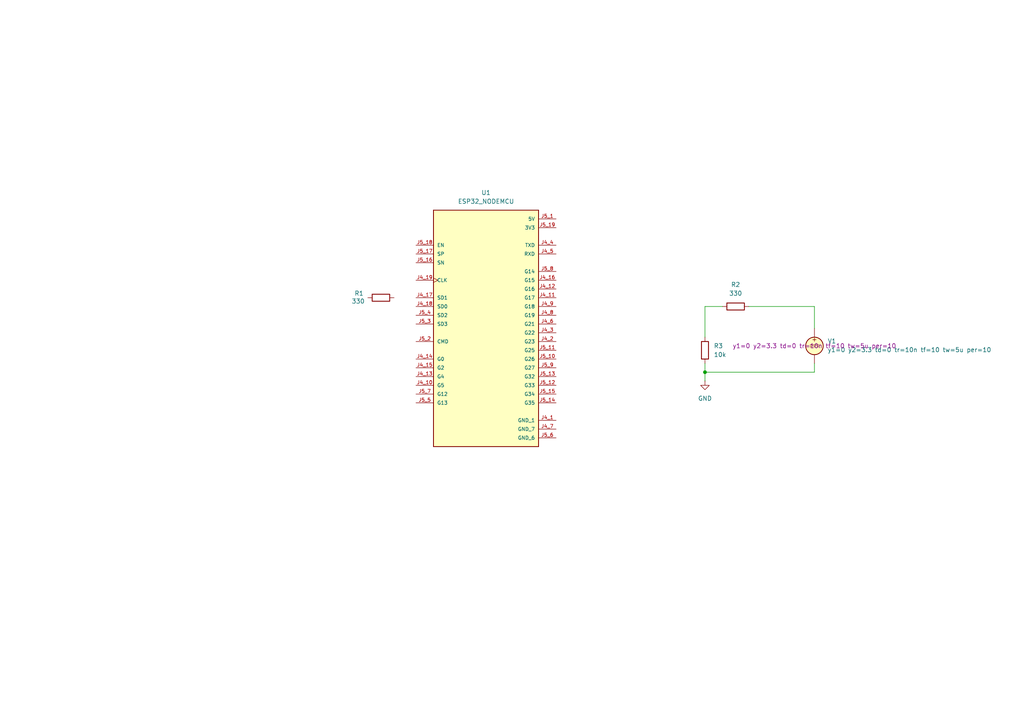
<source format=kicad_sch>
(kicad_sch (version 20250114) (generator "eeschema") (generator_version "9.0")
  (paper "A4")
  (lib_symbols
    (symbol "Device:R" (pin_numbers (hide yes)) (pin_names (offset 0))
      (property "Reference" "R" (at 2.032 0 90))
      (property "Value" "R" (at 0 0 90))
      (symbol "R_0_1"
        (rectangle (start -1.016 -2.54) (end 1.016 2.54) (stroke (width 0.254)))
      )
      (symbol "R_1_1"
        (pin passive line (at 0 3.81 270) (length 1.27) (name "~") (number "1"))
        (pin passive line (at 0 -3.81 90) (length 1.27) (name "~") (number "2"))
      )
    )
    (symbol "ESP32_NODEMCU:ESP32_NODEMCU" (pin_names (offset 1.016))
      (property "Reference" "U" (at -15.24 36.322 0))
      (property "Value" "ESP32_NODEMCU" (at -15.24 -35.56 0))
      (symbol "ESP32_NODEMCU_0_0"
        (rectangle (start -15.24 -33.02) (end 15.24 35.56) (stroke (width 0.254)) (fill (type background)))
        (pin input line (at -20.32 25.4 0) (length 5.08) (name "EN") (number "J5_18"))
        (pin input line (at -20.32 22.86 0) (length 5.08) (name "SP") (number "J5_17"))
        (pin input line (at -20.32 20.32 0) (length 5.08) (name "SN") (number "J5_16"))
        (pin input clock (at -20.32 15.24 0) (length 5.08) (name "CLK") (number "J4_19"))
        (pin bidirectional line (at -20.32 10.16 0) (length 5.08) (name "SD1") (number "J4_17"))
        (pin bidirectional line (at -20.32 7.62 0) (length 5.08) (name "SD0") (number "J4_18"))
        (pin bidirectional line (at -20.32 5.08 0) (length 5.08) (name "SD2") (number "J5_4"))
        (pin bidirectional line (at -20.32 2.54 0) (length 5.08) (name "SD3") (number "J5_3"))
        (pin bidirectional line (at -20.32 -2.54 0) (length 5.08) (name "CMD") (number "J5_2"))
        (pin bidirectional line (at -20.32 -7.62 0) (length 5.08) (name "G0") (number "J4_14"))
        (pin bidirectional line (at -20.32 -10.16 0) (length 5.08) (name "G2") (number "J4_15"))
        (pin bidirectional line (at -20.32 -12.7 0) (length 5.08) (name "G4") (number "J4_13"))
        (pin bidirectional line (at -20.32 -15.24 0) (length 5.08) (name "G5") (number "J4_10"))
        (pin bidirectional line (at -20.32 -17.78 0) (length 5.08) (name "G12") (number "J5_7"))
        (pin bidirectional line (at -20.32 -20.32 0) (length 5.08) (name "G13") (number "J5_5"))
        (pin power_in line (at 20.32 33.02 180) (length 5.08) (name "5V") (number "J5_1"))
        (pin power_in line (at 20.32 30.48 180) (length 5.08) (name "3V3") (number "J5_19"))
        (pin output line (at 20.32 25.4 180) (length 5.08) (name "TXD") (number "J4_4"))
        (pin input line (at 20.32 22.86 180) (length 5.08) (name "RXD") (number "J4_5"))
        (pin bidirectional line (at 20.32 17.78 180) (length 5.08) (name "G14") (number "J5_8"))
        (pin bidirectional line (at 20.32 15.24 180) (length 5.08) (name "G15") (number "J4_16"))
        (pin bidirectional line (at 20.32 12.7 180) (length 5.08) (name "G16") (number "J4_12"))
        (pin bidirectional line (at 20.32 10.16 180) (length 5.08) (name "G17") (number "J4_11"))
        (pin bidirectional line (at 20.32 7.62 180) (length 5.08) (name "G18") (number "J4_9"))
        (pin bidirectional line (at 20.32 5.08 180) (length 5.08) (name "G19") (number "J4_8"))
        (pin bidirectional line (at 20.32 2.54 180) (length 5.08) (name "G21") (number "J4_6"))
        (pin bidirectional line (at 20.32 0 180) (length 5.08) (name "G22") (number "J4_3"))
        (pin bidirectional line (at 20.32 -2.54 180) (length 5.08) (name "G23") (number "J4_2"))
        (pin bidirectional line (at 20.32 -5.08 180) (length 5.08) (name "G25") (number "J5_11"))
        (pin bidirectional line (at 20.32 -7.62 180) (length 5.08) (name "G26") (number "J5_10"))
        (pin bidirectional line (at 20.32 -10.16 180) (length 5.08) (name "G27") (number "J5_9"))
        (pin bidirectional line (at 20.32 -12.7 180) (length 5.08) (name "G32") (number "J5_13"))
        (pin bidirectional line (at 20.32 -15.24 180) (length 5.08) (name "G33") (number "J5_12"))
        (pin bidirectional line (at 20.32 -17.78 180) (length 5.08) (name "G34") (number "J5_15"))
        (pin bidirectional line (at 20.32 -20.32 180) (length 5.08) (name "G35") (number "J5_14"))
        (pin power_in line (at 20.32 -25.4 180) (length 5.08) (name "GND_1") (number "J4_1"))
        (pin power_in line (at 20.32 -27.94 180) (length 5.08) (name "GND_7") (number "J4_7"))
        (pin power_in line (at 20.32 -30.48 180) (length 5.08) (name "GND_6") (number "J5_6"))
      )
    )
    (symbol "Simulation_SPICE:VDC" (pin_numbers (hide yes)) (pin_names (offset 0.0254))
      (property "Reference" "V" (at 2.54 2.54 0))
      (property "Value" "1" (at 2.54 0 0))
      (symbol "VDC_0_0"
        (polyline (pts (xy -1.27 0.254) (xy 1.27 0.254)))
        (polyline (pts (xy -0.762 -0.254) (xy -1.27 -0.254)))
        (polyline (pts (xy 0.254 -0.254) (xy -0.254 -0.254)))
        (polyline (pts (xy 1.27 -0.254) (xy 0.762 -0.254)))
        (text "+" (at 0 1.905 0) (effects (font (size 1.27 1.27))))
      )
      (symbol "VDC_0_1"
        (circle (center 0 0) (radius 2.54) (stroke (width 0.254)) (fill (type background)))
      )
      (symbol "VDC_1_1"
        (pin passive line (at 0 5.08 270) (length 2.54) (name "~") (number "1"))
        (pin passive line (at 0 -5.08 90) (length 2.54) (name "~") (number "2"))
      )
    )
    (symbol "power:GND" (power) (pin_numbers (hide yes)) (pin_names (offset 0) (hide yes))
      (property "Value" "GND" (at 0 -3.81 0))
      (symbol "GND_0_1"
        (polyline (pts (xy 0 0) (xy 0 -1.27) (xy 1.27 -1.27) (xy 0 -2.54) (xy -1.27 -1.27) (xy 0 -1.27)))
      )
      (symbol "GND_1_1"
        (pin power_in line (at 0 0 270) (length 0) (name "~") (number "1"))
      )
    )
  )
  (junction (at 204.47 107.95))
  (wire (pts (xy 209.55 88.9) (xy 204.47 88.9)))
  (wire (pts (xy 217.17 88.9) (xy 236.22 88.9)))
  (wire (pts (xy 236.22 107.95) (xy 204.47 107.95)))
  (wire (pts (xy 204.47 105.41) (xy 204.47 107.95)))
  (wire (pts (xy 204.47 88.9) (xy 204.47 97.79)))
  (wire (pts (xy 204.47 107.95) (xy 204.47 110.49)))
  (wire (pts (xy 236.22 88.9) (xy 236.22 95.25)))
  (wire (pts (xy 236.22 105.41) (xy 236.22 107.95)))
  (symbol (lib_id "Device:R") (at 110.49 86.36 90) (unit 1)
    (property "Reference" "R1" (at 104.14 85.09 90))
    (property "Value" "330" (at 103.886 87.376 90))
    (property "Description" "Resistor" (effects (hide yes)))
  )
  (symbol (lib_id "Device:R") (at 213.36 88.9 90) (unit 1)
    (property "Reference" "R2" (at 213.36 82.55 90))
    (property "Value" "330" (at 213.36 85.09 90))
    (property "Description" "Resistor" (effects (hide yes)))
  )
  (symbol (lib_id "Device:R") (at 204.47 101.6 0) (unit 1)
    (property "Reference" "R3" (at 207.01 100.3299 0) (effects (justify left)))
    (property "Value" "10k" (at 207.01 102.8699 0) (effects (justify left)))
    (property "Description" "Resistor" (effects (hide yes)))
  )
  (symbol (lib_id "power:GND") (at 204.47 110.49 0) (unit 1)
    (property "Reference" "#PWR01" (effects (hide yes)))
    (property "Value" "GND" (at 204.47 115.57 0))
    (property "Description" "Power symbol creates a global label with name \"GND\" , ground" (effects (hide yes)))
  )
  (symbol (lib_id "ESP32_NODEMCU:ESP32_NODEMCU") (at 140.97 96.52 0) (unit 1)
    (property "Reference" "U1" (at 140.97 55.88 0))
    (property "Value" "ESP32_NODEMCU" (at 140.97 58.42 0))
    (property "Footprint" "ESP32:MODULE_ESP32_NODEMCU" (effects (hide yes)))
    (property "STANDARD" "Manufacturer Recommendations" (effects (hide yes)))
    (property "MAXIMUM_PACKAGE_HEIGHT" "6.6 mm" (effects (hide yes)))
    (property "MANUFACTURER" "AZ Delivery" (effects (hide yes)))
  )
  (symbol (lib_id "Simulation_SPICE:VDC") (at 236.22 100.33 0) (unit 1)
    (property "Reference" "V1" (at 240.03 98.9301 0) (effects (justify left)))
    (property "Value" "${SIM.PARAMS}" (at 240.03 101.4701 0) (effects (justify left)))
    (property "Datasheet" "https://ngspice.sourceforge.io/docs/ngspice-html-manual/manual.xhtml#sec_Independent_Sources_for" (effects (hide yes)))
    (property "Description" "Voltage source, DC" (effects (hide yes)))
    (property "Sim.Pins" "1=+ 2=-" (effects (hide yes)))
    (property "Sim.Type" "PULSE" (effects (hide yes)))
    (property "Sim.Device" "V" (effects (hide yes)))
    (property "Sim.Params" "y1=0 y2=3.3 td=0 tr=10n tf=10 tw=5u per=10" (at 236.22 100.33 0))
  )
)
</source>
